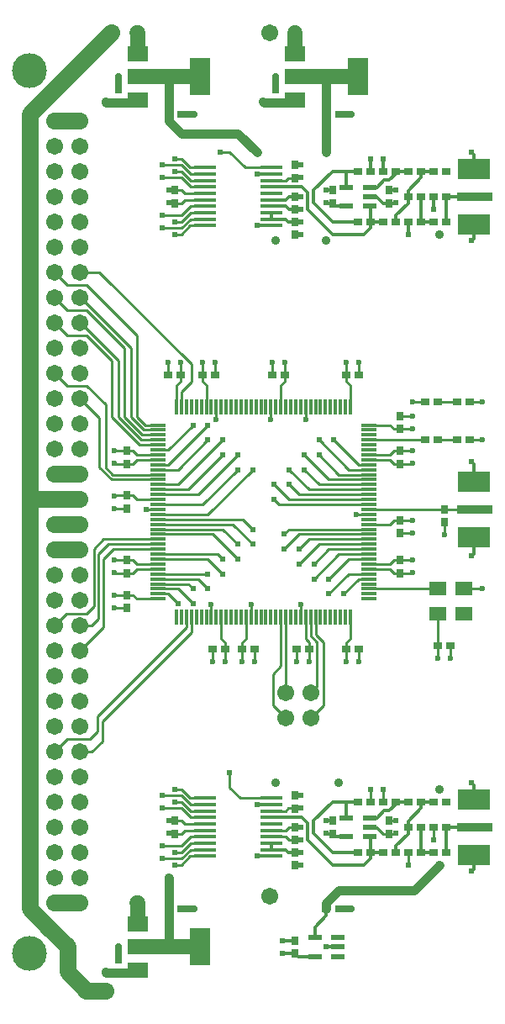
<source format=gtl>
G04 #@! TF.FileFunction,Copper,L1,Top,Signal*
%FSLAX46Y46*%
G04 Gerber Fmt 4.6, Leading zero omitted, Abs format (unit mm)*
G04 Created by KiCad (PCBNEW 4.0.7-e2-6376~58~ubuntu16.04.1) date Sun Sep 16 22:19:27 2018*
%MOMM*%
%LPD*%
G01*
G04 APERTURE LIST*
%ADD10C,0.100000*%
%ADD11C,1.711200*%
%ADD12C,3.501200*%
%ADD13R,1.600000X0.300000*%
%ADD14R,0.300000X1.600000*%
%ADD15R,0.900000X0.700000*%
%ADD16R,0.700000X0.900000*%
%ADD17R,3.300000X2.000000*%
%ADD18R,3.600000X0.900000*%
%ADD19R,1.473000X0.482000*%
%ADD20R,2.261000X0.400000*%
%ADD21R,2.000000X1.500000*%
%ADD22R,2.000000X3.800000*%
%ADD23R,1.700000X1.350000*%
%ADD24C,0.604800*%
%ADD25C,0.700000*%
%ADD26C,1.500000*%
%ADD27C,0.600000*%
%ADD28C,1.711000*%
%ADD29C,0.900000*%
%ADD30C,0.355600*%
%ADD31C,0.254000*%
%ADD32C,1.711200*%
%ADD33C,0.700000*%
%ADD34C,1.500000*%
%ADD35C,0.900000*%
G04 APERTURE END LIST*
D10*
D11*
X140885000Y-141605000D03*
X140885000Y-139065000D03*
X140885000Y-136525000D03*
X140885000Y-133985000D03*
X140885000Y-131445000D03*
X140885000Y-128905000D03*
X140885000Y-126365000D03*
X140885000Y-123825000D03*
X140885000Y-121285000D03*
X140885000Y-118745000D03*
X140885000Y-116205000D03*
X140885000Y-113665000D03*
X140885000Y-111125000D03*
X140885000Y-108585000D03*
X140885000Y-106045000D03*
X140885000Y-103505000D03*
X140885000Y-100965000D03*
X140885000Y-98425000D03*
X140885000Y-95885000D03*
X140885000Y-93345000D03*
X140885000Y-90805000D03*
X140885000Y-88265000D03*
X140885000Y-85725000D03*
X140885000Y-83185000D03*
X140885000Y-80645000D03*
X140885000Y-78105000D03*
X140885000Y-75565000D03*
X140885000Y-73025000D03*
X140885000Y-70485000D03*
X140885000Y-67945000D03*
X140885000Y-65405000D03*
X140885000Y-62865000D03*
X143425000Y-62865000D03*
X143425000Y-65405000D03*
X143425000Y-67945000D03*
X143425000Y-70485000D03*
X143425000Y-73025000D03*
X143425000Y-75565000D03*
X143425000Y-78105000D03*
X143425000Y-80645000D03*
X143425000Y-83185000D03*
X143425000Y-85725000D03*
X143425000Y-88265000D03*
X143425000Y-90805000D03*
X143425000Y-93345000D03*
X143425000Y-95885000D03*
X143425000Y-98425000D03*
X143425000Y-100965000D03*
X143425000Y-103505000D03*
X143425000Y-106045000D03*
X143425000Y-108585000D03*
X143425000Y-111125000D03*
X143425000Y-113665000D03*
X143425000Y-116205000D03*
X143425000Y-118745000D03*
X143425000Y-121285000D03*
X143425000Y-123825000D03*
X143425000Y-126365000D03*
X143425000Y-128905000D03*
X143425000Y-131445000D03*
X143425000Y-133985000D03*
X143425000Y-136525000D03*
X143425000Y-139065000D03*
X143425000Y-141605000D03*
D12*
X138345000Y-57785000D03*
X138345000Y-146685000D03*
D13*
X172525000Y-110985000D03*
X172525000Y-110485000D03*
X172525000Y-109985000D03*
X172525000Y-109485000D03*
X172525000Y-108985000D03*
X172525000Y-108485000D03*
X172525000Y-107985000D03*
X172525000Y-107485000D03*
X172525000Y-106985000D03*
X172525000Y-106485000D03*
X172525000Y-105985000D03*
X172525000Y-105485000D03*
X172525000Y-104985000D03*
X172525000Y-104485000D03*
X172525000Y-103985000D03*
X172525000Y-103485000D03*
X172525000Y-102985000D03*
X172525000Y-102485000D03*
X172525000Y-101985000D03*
X172525000Y-101485000D03*
X172525000Y-100985000D03*
X172525000Y-100485000D03*
X172525000Y-99985000D03*
X172525000Y-99485000D03*
X172525000Y-98985000D03*
X172525000Y-98485000D03*
X172525000Y-97985000D03*
X172525000Y-97485000D03*
X172525000Y-96985000D03*
X172525000Y-96485000D03*
X172525000Y-95985000D03*
X172525000Y-95485000D03*
X172525000Y-94985000D03*
X172525000Y-94485000D03*
X172525000Y-93985000D03*
X172525000Y-93485000D03*
D14*
X170675000Y-91635000D03*
X170175000Y-91635000D03*
X169675000Y-91635000D03*
X169175000Y-91635000D03*
X168675000Y-91635000D03*
X168175000Y-91635000D03*
X167675000Y-91635000D03*
X167175000Y-91635000D03*
X166675000Y-91635000D03*
X166175000Y-91635000D03*
X165675000Y-91635000D03*
X165175000Y-91635000D03*
X164675000Y-91635000D03*
X164175000Y-91635000D03*
X163675000Y-91635000D03*
X163175000Y-91635000D03*
X162675000Y-91635000D03*
X162175000Y-91635000D03*
X161675000Y-91635000D03*
X161175000Y-91635000D03*
X160675000Y-91635000D03*
X160175000Y-91635000D03*
X159675000Y-91635000D03*
X159175000Y-91635000D03*
X158675000Y-91635000D03*
X158175000Y-91635000D03*
X157675000Y-91635000D03*
X157175000Y-91635000D03*
X156675000Y-91635000D03*
X156175000Y-91635000D03*
X155675000Y-91635000D03*
X155175000Y-91635000D03*
X154675000Y-91635000D03*
X154175000Y-91635000D03*
X153675000Y-91635000D03*
X153175000Y-91635000D03*
D13*
X151325000Y-93485000D03*
X151325000Y-93985000D03*
X151325000Y-94485000D03*
X151325000Y-94985000D03*
X151325000Y-95485000D03*
X151325000Y-95985000D03*
X151325000Y-96485000D03*
X151325000Y-96985000D03*
X151325000Y-97485000D03*
X151325000Y-97985000D03*
X151325000Y-98485000D03*
X151325000Y-98985000D03*
X151325000Y-99485000D03*
X151325000Y-99985000D03*
X151325000Y-100485000D03*
X151325000Y-100985000D03*
X151325000Y-101485000D03*
X151325000Y-101985000D03*
X151325000Y-102485000D03*
X151325000Y-102985000D03*
X151325000Y-103485000D03*
X151325000Y-103985000D03*
X151325000Y-104485000D03*
X151325000Y-104985000D03*
X151325000Y-105485000D03*
X151325000Y-105985000D03*
X151325000Y-106485000D03*
X151325000Y-106985000D03*
X151325000Y-107485000D03*
X151325000Y-107985000D03*
X151325000Y-108485000D03*
X151325000Y-108985000D03*
X151325000Y-109485000D03*
X151325000Y-109985000D03*
X151325000Y-110485000D03*
X151325000Y-110985000D03*
D14*
X153175000Y-112835000D03*
X153675000Y-112835000D03*
X154175000Y-112835000D03*
X154675000Y-112835000D03*
X155175000Y-112835000D03*
X155675000Y-112835000D03*
X156175000Y-112835000D03*
X156675000Y-112835000D03*
X157175000Y-112835000D03*
X157675000Y-112835000D03*
X158175000Y-112835000D03*
X158675000Y-112835000D03*
X159175000Y-112835000D03*
X159675000Y-112835000D03*
X160175000Y-112835000D03*
X160675000Y-112835000D03*
X161175000Y-112835000D03*
X161675000Y-112835000D03*
X162175000Y-112835000D03*
X162675000Y-112835000D03*
X163175000Y-112835000D03*
X163675000Y-112835000D03*
X164175000Y-112835000D03*
X164675000Y-112835000D03*
X165175000Y-112835000D03*
X165675000Y-112835000D03*
X166175000Y-112835000D03*
X166675000Y-112835000D03*
X167175000Y-112835000D03*
X167675000Y-112835000D03*
X168175000Y-112835000D03*
X168675000Y-112835000D03*
X169175000Y-112835000D03*
X169675000Y-112835000D03*
X170175000Y-112835000D03*
X170675000Y-112835000D03*
D15*
X179495000Y-115700000D03*
X180795000Y-115700000D03*
X180355000Y-73025000D03*
X179055000Y-73025000D03*
X175275000Y-67945000D03*
X173975000Y-67945000D03*
X175275000Y-73025000D03*
X173975000Y-73025000D03*
D16*
X174625000Y-69835000D03*
X174625000Y-71135000D03*
X168910000Y-71135000D03*
X168910000Y-69835000D03*
D17*
X183105000Y-73255000D03*
D18*
X183255000Y-70485000D03*
D17*
X183105000Y-67715000D03*
D15*
X180355000Y-70485000D03*
X179055000Y-70485000D03*
X177815000Y-73025000D03*
X176515000Y-73025000D03*
X177815000Y-70485000D03*
X176515000Y-70485000D03*
X180355000Y-67945000D03*
X179055000Y-67945000D03*
X177815000Y-67945000D03*
X176515000Y-67945000D03*
X172735000Y-67945000D03*
X171435000Y-67945000D03*
X171435000Y-73025000D03*
X172735000Y-73025000D03*
D19*
X172631000Y-71435000D03*
X172631000Y-70485000D03*
X172631000Y-69535000D03*
X170269000Y-69535000D03*
X170269000Y-71435000D03*
D16*
X165100000Y-68595000D03*
X165100000Y-67295000D03*
X165100000Y-70470000D03*
X165100000Y-71770000D03*
X165100000Y-73010000D03*
X165100000Y-74310000D03*
X153035000Y-71135000D03*
X153035000Y-69835000D03*
D15*
X180355000Y-136525000D03*
X179055000Y-136525000D03*
X175275000Y-131445000D03*
X173975000Y-131445000D03*
X175275000Y-136525000D03*
X173975000Y-136525000D03*
D16*
X174625000Y-133335000D03*
X174625000Y-134635000D03*
X168910000Y-134635000D03*
X168910000Y-133335000D03*
X165100000Y-132095000D03*
X165100000Y-130795000D03*
X165100000Y-133970000D03*
X165100000Y-135270000D03*
X165100000Y-136510000D03*
X165100000Y-137810000D03*
X153035000Y-134635000D03*
X153035000Y-133335000D03*
X175700000Y-108385000D03*
X175700000Y-107085000D03*
X175700000Y-103085000D03*
X175700000Y-104385000D03*
X175700000Y-96085000D03*
X175700000Y-97385000D03*
X175700000Y-93885000D03*
X175700000Y-92585000D03*
D15*
X170275000Y-88460000D03*
X171575000Y-88460000D03*
X164075000Y-88460000D03*
X162775000Y-88460000D03*
X155775000Y-88460000D03*
X157075000Y-88460000D03*
X153575000Y-88460000D03*
X152275000Y-88460000D03*
D16*
X148150000Y-97385000D03*
X148150000Y-96085000D03*
X148150000Y-101885000D03*
X148150000Y-100585000D03*
X148150000Y-107085000D03*
X148150000Y-108385000D03*
X148150000Y-111885000D03*
X148150000Y-110585000D03*
D15*
X156775000Y-116010000D03*
X158075000Y-116010000D03*
X161075000Y-116010000D03*
X159775000Y-116010000D03*
X165275000Y-116010000D03*
X166575000Y-116010000D03*
X171575000Y-116010000D03*
X170275000Y-116010000D03*
D17*
X183105000Y-104755000D03*
D18*
X183255000Y-101985000D03*
D17*
X183105000Y-99215000D03*
X183105000Y-136755000D03*
D18*
X183255000Y-133985000D03*
D17*
X183105000Y-131215000D03*
D16*
X180145000Y-101970000D03*
X180145000Y-103270000D03*
D15*
X180355000Y-133985000D03*
X179055000Y-133985000D03*
X177815000Y-136525000D03*
X176515000Y-136525000D03*
X177815000Y-133985000D03*
X176515000Y-133985000D03*
X180355000Y-131445000D03*
X179055000Y-131445000D03*
X177815000Y-131445000D03*
X176515000Y-131445000D03*
X172735000Y-131445000D03*
X171435000Y-131445000D03*
X171435000Y-136525000D03*
X172735000Y-136525000D03*
D19*
X172631000Y-134935000D03*
X172631000Y-133985000D03*
X172631000Y-133035000D03*
X170269000Y-133035000D03*
X170269000Y-134935000D03*
D11*
X166695000Y-122995000D03*
X166695000Y-120455000D03*
X164155000Y-120455000D03*
X164155000Y-122995000D03*
D20*
X162763000Y-73410000D03*
X162763000Y-72760000D03*
X162763000Y-72110000D03*
X162763000Y-71460000D03*
X162763000Y-70810000D03*
X162763000Y-70160000D03*
X162763000Y-69510000D03*
X162763000Y-68860000D03*
X162763000Y-68210000D03*
X162763000Y-67560000D03*
X156007000Y-67560000D03*
X156007000Y-68210000D03*
X156007000Y-68860000D03*
X156007000Y-69510000D03*
X156007000Y-70160000D03*
X156007000Y-70810000D03*
X156007000Y-71460000D03*
X156007000Y-72110000D03*
X156007000Y-72760000D03*
X156007000Y-73410000D03*
X162763000Y-136910000D03*
X162763000Y-136260000D03*
X162763000Y-135610000D03*
X162763000Y-134960000D03*
X162763000Y-134310000D03*
X162763000Y-133660000D03*
X162763000Y-133010000D03*
X162763000Y-132360000D03*
X162763000Y-131710000D03*
X162763000Y-131060000D03*
X156007000Y-131060000D03*
X156007000Y-131710000D03*
X156007000Y-132360000D03*
X156007000Y-133010000D03*
X156007000Y-133660000D03*
X156007000Y-134310000D03*
X156007000Y-134960000D03*
X156007000Y-135610000D03*
X156007000Y-136260000D03*
X156007000Y-136910000D03*
D21*
X165125000Y-56120000D03*
X165125000Y-58420000D03*
X165125000Y-60720000D03*
D22*
X171425000Y-58420000D03*
D21*
X149250000Y-56120000D03*
X149250000Y-58420000D03*
X149250000Y-60720000D03*
D22*
X155550000Y-58420000D03*
D21*
X149250000Y-143750000D03*
X149250000Y-146050000D03*
X149250000Y-148350000D03*
D22*
X155550000Y-146050000D03*
D15*
X168260000Y-62230000D03*
X169560000Y-62230000D03*
D16*
X163195000Y-60975000D03*
X163195000Y-59675000D03*
D15*
X152385000Y-62230000D03*
X153685000Y-62230000D03*
D16*
X147320000Y-60975000D03*
X147320000Y-59675000D03*
D15*
X152385000Y-142240000D03*
X153685000Y-142240000D03*
D16*
X147320000Y-148605000D03*
X147320000Y-147305000D03*
D15*
X169560000Y-142240000D03*
X168260000Y-142240000D03*
D16*
X165100000Y-145400000D03*
X165100000Y-146700000D03*
D15*
X181400000Y-91175000D03*
X182700000Y-91175000D03*
X182700000Y-94985000D03*
X181400000Y-94985000D03*
D23*
X182080000Y-112525000D03*
X182080000Y-109985000D03*
X179480000Y-109985000D03*
X179480000Y-112525000D03*
D15*
X178225000Y-91175000D03*
X179525000Y-91175000D03*
X179525000Y-94985000D03*
X178225000Y-94985000D03*
D19*
X169456000Y-147000000D03*
X169456000Y-146050000D03*
X169456000Y-145100000D03*
X167094000Y-145100000D03*
X167094000Y-147000000D03*
D24*
X168275000Y-146050000D03*
X163830000Y-145415000D03*
D25*
X147320000Y-146050000D03*
X163195000Y-58420000D03*
D26*
X149225000Y-141605000D03*
X165100000Y-53975000D03*
X149225000Y-53975000D03*
D25*
X147320000Y-58420000D03*
X154940000Y-62230000D03*
X170815000Y-62230000D03*
X154940000Y-142240000D03*
D24*
X182880000Y-74930000D03*
X182880000Y-66040000D03*
X182880000Y-106680000D03*
X182880000Y-97155000D03*
X182880000Y-138430000D03*
X182880000Y-129540000D03*
X161290000Y-131710000D03*
X161290000Y-136910000D03*
X165735000Y-137795000D03*
X165735000Y-135255000D03*
X165735000Y-130810000D03*
X152400000Y-134620000D03*
X161290000Y-68210000D03*
X161290000Y-73410000D03*
X165735000Y-74295000D03*
X165735000Y-67310000D03*
X150075000Y-101985000D03*
X172720000Y-66675000D03*
X168275000Y-69850000D03*
X175260000Y-69850000D03*
X176530000Y-74295000D03*
X179070000Y-71755000D03*
X173990000Y-66675000D03*
X152400000Y-71120000D03*
X172720000Y-130175000D03*
X173990000Y-130175000D03*
X176530000Y-137795000D03*
X179070000Y-135255000D03*
D27*
X180145000Y-104525000D03*
D24*
X168275000Y-133350000D03*
X175260000Y-133350000D03*
D27*
X166175000Y-92905000D03*
X162675000Y-92905000D03*
X157175000Y-92905000D03*
X156675000Y-111565000D03*
X160675000Y-111565000D03*
X165675000Y-111565000D03*
X171255000Y-102485000D03*
X180780000Y-116970000D03*
X183955000Y-109985000D03*
X176970000Y-91175000D03*
X183955000Y-94985000D03*
X157060000Y-87190000D03*
X162790000Y-87190000D03*
X171560000Y-87190000D03*
X152290000Y-87190000D03*
X146880000Y-101870000D03*
X146880000Y-97370000D03*
X146880000Y-107100000D03*
X146880000Y-111870000D03*
X156790000Y-117280000D03*
X161060000Y-117280000D03*
X165290000Y-117280000D03*
X171560000Y-117280000D03*
X176970000Y-107100000D03*
X176970000Y-104370000D03*
X176970000Y-97370000D03*
X176970000Y-92600000D03*
D24*
X165735000Y-71755000D03*
D25*
X170815000Y-142240000D03*
D28*
X146050000Y-150495000D03*
X146685000Y-53975000D03*
D29*
X146050000Y-148590000D03*
X146050000Y-60960000D03*
X163195000Y-74930000D03*
X161290000Y-66040000D03*
X163195000Y-129540000D03*
D24*
X165735000Y-133985000D03*
X165735000Y-132080000D03*
X165735000Y-70485000D03*
X165735000Y-68580000D03*
D29*
X152400000Y-139065000D03*
D24*
X152400000Y-133350000D03*
X152400000Y-69850000D03*
D27*
X179510000Y-116970000D03*
X183955000Y-91175000D03*
X155790000Y-87190000D03*
X164060000Y-87190000D03*
X170290000Y-87190000D03*
X153560000Y-87190000D03*
X146880000Y-100600000D03*
X146880000Y-96100000D03*
X146880000Y-108370000D03*
X146880000Y-110600000D03*
X158060000Y-117280000D03*
X159790000Y-117280000D03*
X166560000Y-117280000D03*
X170290000Y-117280000D03*
X176970000Y-108370000D03*
X176970000Y-103100000D03*
X176970000Y-96100000D03*
X176970000Y-93870000D03*
D24*
X153325000Y-111485000D03*
X154825000Y-109985000D03*
X156325000Y-108485000D03*
X157825000Y-106985000D03*
X159325000Y-106985000D03*
X160825000Y-105485000D03*
D28*
X162560000Y-53975000D03*
D29*
X161925000Y-60960000D03*
D24*
X163830000Y-146685000D03*
D28*
X162560000Y-140970000D03*
D24*
X160825000Y-97985000D03*
X159325000Y-96485000D03*
X157825000Y-94985000D03*
X156325000Y-93485000D03*
X154825000Y-93485000D03*
X156325000Y-94985000D03*
X157825000Y-96485000D03*
X159325000Y-97985000D03*
X160825000Y-103985000D03*
X159325000Y-105485000D03*
X157825000Y-108485000D03*
X156325000Y-109985000D03*
X154825000Y-111485000D03*
X165735000Y-73025000D03*
X165735000Y-136525000D03*
X153035000Y-66675000D03*
X163025000Y-99485000D03*
X151765000Y-67310000D03*
X164525000Y-99485000D03*
X153035000Y-67945000D03*
X164525000Y-97985000D03*
X151765000Y-68580000D03*
X166025000Y-97985000D03*
X166025000Y-96485000D03*
X151765000Y-72390000D03*
X153035000Y-73025000D03*
X167525000Y-96485000D03*
X151765000Y-73660000D03*
X167525000Y-94985000D03*
X153035000Y-74295000D03*
X169025000Y-94985000D03*
X153035000Y-130175000D03*
X168525000Y-110485000D03*
X151765000Y-130810000D03*
X168525000Y-108985000D03*
X153035000Y-131445000D03*
X167025000Y-108985000D03*
X167025000Y-107485000D03*
X151765000Y-132080000D03*
X151765000Y-135890000D03*
X165525000Y-107485000D03*
X153035000Y-136525000D03*
X165525000Y-105985000D03*
X151765000Y-137160000D03*
X164025000Y-105985000D03*
X153035000Y-137795000D03*
X164025000Y-104485000D03*
D29*
X179705000Y-130175000D03*
X179705000Y-137795000D03*
X179705000Y-74295000D03*
D24*
X175260000Y-71120000D03*
X175260000Y-134620000D03*
D29*
X168275000Y-66040000D03*
X168275000Y-74930000D03*
X169545000Y-129540000D03*
D24*
X168275000Y-71120000D03*
X168275000Y-134620000D03*
X158525000Y-128485000D03*
X170025000Y-110485000D03*
X163025000Y-100985000D03*
X157525000Y-65985000D03*
D30*
X180355000Y-70485000D02*
X180355000Y-73025000D01*
X183255000Y-70485000D02*
X180355000Y-70485000D01*
X177815000Y-73025000D02*
X177815000Y-70485000D01*
X179055000Y-73025000D02*
X177815000Y-73025000D01*
X172631000Y-69535000D02*
X173416000Y-69535000D01*
X174625000Y-68834000D02*
X175275000Y-68184000D01*
X174117000Y-68834000D02*
X174625000Y-68834000D01*
X173416000Y-69535000D02*
X174117000Y-68834000D01*
X175275000Y-67945000D02*
X175275000Y-68184000D01*
X176515000Y-67945000D02*
X175275000Y-67945000D01*
X169456000Y-146050000D02*
X168275000Y-146050000D01*
X165100000Y-145400000D02*
X163845000Y-145400000D01*
X163845000Y-145400000D02*
X163830000Y-145415000D01*
D31*
X172525000Y-96985000D02*
X174680000Y-96985000D01*
X175080000Y-97385000D02*
X175700000Y-97385000D01*
X174680000Y-96985000D02*
X175080000Y-97385000D01*
X151325000Y-107485000D02*
X149170000Y-107485000D01*
X148770000Y-107085000D02*
X148150000Y-107085000D01*
X149170000Y-107485000D02*
X148770000Y-107085000D01*
D32*
X143425000Y-141605000D02*
X140885000Y-141605000D01*
X143425000Y-62865000D02*
X140885000Y-62865000D01*
X143425000Y-103505000D02*
X140885000Y-103505000D01*
D33*
X147320000Y-147305000D02*
X147320000Y-146050000D01*
X163195000Y-59675000D02*
X163195000Y-58420000D01*
D34*
X149250000Y-143750000D02*
X149250000Y-141630000D01*
X149250000Y-141630000D02*
X149225000Y-141605000D01*
X165125000Y-56120000D02*
X165125000Y-54000000D01*
X165125000Y-54000000D02*
X165100000Y-53975000D01*
X149250000Y-56120000D02*
X149250000Y-54000000D01*
X149250000Y-54000000D02*
X149225000Y-53975000D01*
D33*
X147320000Y-59675000D02*
X147320000Y-58420000D01*
X153685000Y-62230000D02*
X154940000Y-62230000D01*
X169560000Y-62230000D02*
X170815000Y-62230000D01*
X153685000Y-142240000D02*
X154940000Y-142240000D01*
D30*
X183105000Y-73255000D02*
X183105000Y-74705000D01*
X183105000Y-74705000D02*
X182880000Y-74930000D01*
X183105000Y-67715000D02*
X183105000Y-66265000D01*
X183105000Y-66265000D02*
X182880000Y-66040000D01*
X183105000Y-104755000D02*
X183105000Y-106455000D01*
X183105000Y-106455000D02*
X182880000Y-106680000D01*
X183105000Y-99215000D02*
X183105000Y-97380000D01*
X183105000Y-97380000D02*
X182880000Y-97155000D01*
X183105000Y-136755000D02*
X183105000Y-138205000D01*
X183105000Y-138205000D02*
X182880000Y-138430000D01*
X183105000Y-131215000D02*
X183105000Y-129765000D01*
X183105000Y-129765000D02*
X182880000Y-129540000D01*
X162763000Y-131710000D02*
X161290000Y-131710000D01*
X162763000Y-136910000D02*
X161290000Y-136910000D01*
X165100000Y-137810000D02*
X165720000Y-137810000D01*
X165720000Y-137810000D02*
X165735000Y-137795000D01*
D31*
X165100000Y-135270000D02*
X165720000Y-135270000D01*
X165720000Y-135270000D02*
X165735000Y-135255000D01*
X162763000Y-134960000D02*
X164170000Y-134960000D01*
X164480000Y-135270000D02*
X165100000Y-135270000D01*
X164170000Y-134960000D02*
X164480000Y-135270000D01*
X165100000Y-130795000D02*
X165720000Y-130795000D01*
X165720000Y-130795000D02*
X165735000Y-130810000D01*
X153035000Y-134635000D02*
X152415000Y-134635000D01*
X152415000Y-134635000D02*
X152400000Y-134620000D01*
X156007000Y-134310000D02*
X153980000Y-134310000D01*
X153655000Y-134635000D02*
X153035000Y-134635000D01*
X153980000Y-134310000D02*
X153655000Y-134635000D01*
D30*
X162763000Y-68210000D02*
X161290000Y-68210000D01*
X162763000Y-73410000D02*
X161290000Y-73410000D01*
X165100000Y-74310000D02*
X165720000Y-74310000D01*
X165720000Y-74310000D02*
X165735000Y-74295000D01*
X165100000Y-67295000D02*
X165720000Y-67295000D01*
X165720000Y-67295000D02*
X165735000Y-67310000D01*
X162763000Y-71460000D02*
X164170000Y-71460000D01*
X164170000Y-71460000D02*
X164480000Y-71770000D01*
D31*
X151325000Y-101985000D02*
X150075000Y-101985000D01*
X151325000Y-96985000D02*
X149170000Y-96985000D01*
X148770000Y-97385000D02*
X148150000Y-97385000D01*
X149170000Y-96985000D02*
X148770000Y-97385000D01*
D30*
X172735000Y-67945000D02*
X172735000Y-66690000D01*
X172735000Y-66690000D02*
X172720000Y-66675000D01*
X168910000Y-69835000D02*
X168290000Y-69835000D01*
X168290000Y-69835000D02*
X168275000Y-69850000D01*
X174625000Y-69835000D02*
X175245000Y-69835000D01*
X175245000Y-69835000D02*
X175260000Y-69850000D01*
X176515000Y-73025000D02*
X176515000Y-74280000D01*
X176515000Y-74280000D02*
X176530000Y-74295000D01*
X179055000Y-70485000D02*
X179055000Y-71740000D01*
X179055000Y-71740000D02*
X179070000Y-71755000D01*
X173975000Y-67945000D02*
X173975000Y-66690000D01*
X173975000Y-66690000D02*
X173990000Y-66675000D01*
D31*
X153035000Y-71135000D02*
X152415000Y-71135000D01*
X152415000Y-71135000D02*
X152400000Y-71120000D01*
X156007000Y-70810000D02*
X153980000Y-70810000D01*
X153655000Y-71135000D02*
X153035000Y-71135000D01*
X153980000Y-70810000D02*
X153655000Y-71135000D01*
X172735000Y-131445000D02*
X172735000Y-130190000D01*
X172735000Y-130190000D02*
X172720000Y-130175000D01*
X173975000Y-131445000D02*
X173975000Y-130190000D01*
X173975000Y-130190000D02*
X173990000Y-130175000D01*
X176515000Y-136525000D02*
X176515000Y-137780000D01*
X176515000Y-137780000D02*
X176530000Y-137795000D01*
X179055000Y-133985000D02*
X179055000Y-135240000D01*
X179055000Y-135240000D02*
X179070000Y-135255000D01*
X180145000Y-103270000D02*
X180145000Y-104525000D01*
D30*
X168910000Y-133335000D02*
X168290000Y-133335000D01*
X168290000Y-133335000D02*
X168275000Y-133350000D01*
D31*
X174625000Y-133335000D02*
X175245000Y-133335000D01*
X175245000Y-133335000D02*
X175260000Y-133350000D01*
X172525000Y-107485000D02*
X174680000Y-107485000D01*
X175080000Y-107085000D02*
X175700000Y-107085000D01*
X174680000Y-107485000D02*
X175080000Y-107085000D01*
X166175000Y-91635000D02*
X166175000Y-92905000D01*
X162675000Y-91635000D02*
X162675000Y-92905000D01*
X157175000Y-91635000D02*
X157175000Y-92905000D01*
X156675000Y-112835000D02*
X156675000Y-111565000D01*
X160675000Y-112835000D02*
X160675000Y-111565000D01*
X165675000Y-112835000D02*
X165675000Y-111565000D01*
X172525000Y-102485000D02*
X171255000Y-102485000D01*
X180795000Y-115700000D02*
X180795000Y-116955000D01*
X180795000Y-116955000D02*
X180780000Y-116970000D01*
X182080000Y-109985000D02*
X183955000Y-109985000D01*
X178225000Y-91175000D02*
X176970000Y-91175000D01*
X182700000Y-94985000D02*
X183955000Y-94985000D01*
X157075000Y-88460000D02*
X157075000Y-87205000D01*
X157075000Y-87205000D02*
X157060000Y-87190000D01*
X162775000Y-88460000D02*
X162775000Y-87205000D01*
X162775000Y-87205000D02*
X162790000Y-87190000D01*
X171575000Y-88460000D02*
X171575000Y-87205000D01*
X171575000Y-87205000D02*
X171560000Y-87190000D01*
X152275000Y-88460000D02*
X152275000Y-87205000D01*
X152275000Y-87205000D02*
X152290000Y-87190000D01*
X148150000Y-101885000D02*
X146895000Y-101885000D01*
X146895000Y-101885000D02*
X146880000Y-101870000D01*
X148150000Y-97385000D02*
X146895000Y-97385000D01*
X146895000Y-97385000D02*
X146880000Y-97370000D01*
X148150000Y-107085000D02*
X146895000Y-107085000D01*
X146895000Y-107085000D02*
X146880000Y-107100000D01*
X148150000Y-111885000D02*
X146895000Y-111885000D01*
X146895000Y-111885000D02*
X146880000Y-111870000D01*
X156775000Y-116010000D02*
X156775000Y-117265000D01*
X156775000Y-117265000D02*
X156790000Y-117280000D01*
X161075000Y-116010000D02*
X161075000Y-117265000D01*
X161075000Y-117265000D02*
X161060000Y-117280000D01*
X165275000Y-116010000D02*
X165275000Y-117265000D01*
X165275000Y-117265000D02*
X165290000Y-117280000D01*
X171575000Y-116010000D02*
X171575000Y-117265000D01*
X171575000Y-117265000D02*
X171560000Y-117280000D01*
X175700000Y-107085000D02*
X176955000Y-107085000D01*
X176955000Y-107085000D02*
X176970000Y-107100000D01*
X175700000Y-104385000D02*
X176955000Y-104385000D01*
X176955000Y-104385000D02*
X176970000Y-104370000D01*
X175700000Y-97385000D02*
X176955000Y-97385000D01*
X176955000Y-97385000D02*
X176970000Y-97370000D01*
X175700000Y-92585000D02*
X176955000Y-92585000D01*
X176955000Y-92585000D02*
X176970000Y-92600000D01*
D30*
X165100000Y-71770000D02*
X165720000Y-71770000D01*
X165720000Y-71770000D02*
X165735000Y-71755000D01*
X164480000Y-71770000D02*
X165100000Y-71770000D01*
D33*
X169560000Y-142240000D02*
X170815000Y-142240000D01*
D30*
X175275000Y-73025000D02*
X175275000Y-72375000D01*
X176515000Y-71135000D02*
X176515000Y-70485000D01*
X175275000Y-72375000D02*
X176515000Y-71135000D01*
X177815000Y-67945000D02*
X179055000Y-67945000D01*
X176515000Y-70485000D02*
X176515000Y-69865000D01*
X177815000Y-68565000D02*
X177815000Y-67945000D01*
X176515000Y-69865000D02*
X177815000Y-68565000D01*
D32*
X140335000Y-144145000D02*
X142240000Y-146050000D01*
X138430000Y-142240000D02*
X140335000Y-144145000D01*
X138430000Y-100965000D02*
X138430000Y-142240000D01*
X144145000Y-150495000D02*
X146050000Y-150495000D01*
X142240000Y-148590000D02*
X144145000Y-150495000D01*
X142240000Y-146050000D02*
X142240000Y-148590000D01*
X138430000Y-100965000D02*
X138430000Y-62230000D01*
X138430000Y-62230000D02*
X140335000Y-60325000D01*
X140335000Y-60325000D02*
X146685000Y-53975000D01*
X140885000Y-100965000D02*
X138430000Y-100965000D01*
X143425000Y-100965000D02*
X140885000Y-100965000D01*
D35*
X147320000Y-148605000D02*
X146065000Y-148605000D01*
X146065000Y-148605000D02*
X146050000Y-148590000D01*
X147320000Y-148605000D02*
X148995000Y-148605000D01*
X148995000Y-148605000D02*
X149250000Y-148350000D01*
X147320000Y-60975000D02*
X146065000Y-60975000D01*
X146065000Y-60975000D02*
X146050000Y-60960000D01*
X147320000Y-60975000D02*
X148995000Y-60975000D01*
X148995000Y-60975000D02*
X149250000Y-60720000D01*
D30*
X170269000Y-69535000D02*
X170269000Y-67945000D01*
X170269000Y-67945000D02*
X170307000Y-67945000D01*
X171435000Y-73025000D02*
X168910000Y-73025000D01*
X168910000Y-67945000D02*
X170307000Y-67945000D01*
X170307000Y-67945000D02*
X171435000Y-67945000D01*
X167005000Y-69850000D02*
X168910000Y-67945000D01*
X167005000Y-71120000D02*
X167005000Y-69850000D01*
X168910000Y-73025000D02*
X167005000Y-71120000D01*
X172735000Y-73025000D02*
X172735000Y-71539000D01*
X172735000Y-71539000D02*
X172631000Y-71435000D01*
X166370000Y-71120000D02*
X166370000Y-71755000D01*
X162763000Y-69510000D02*
X165776000Y-69510000D01*
X166370000Y-70104000D02*
X166370000Y-70866000D01*
X165776000Y-69510000D02*
X166370000Y-70104000D01*
X166370000Y-71120000D02*
X166370000Y-70866000D01*
X172735000Y-73645000D02*
X172735000Y-73025000D01*
X172085000Y-74295000D02*
X172735000Y-73645000D01*
X168910000Y-74295000D02*
X172085000Y-74295000D01*
X166370000Y-71755000D02*
X168910000Y-74295000D01*
X173975000Y-73025000D02*
X172735000Y-73025000D01*
D35*
X152385000Y-62850000D02*
X153670000Y-64135000D01*
X153670000Y-64135000D02*
X159385000Y-64135000D01*
X161290000Y-66040000D02*
X159385000Y-64135000D01*
X152385000Y-62230000D02*
X152385000Y-62850000D01*
X152385000Y-62230000D02*
X152385000Y-58420000D01*
X152385000Y-58420000D02*
X152400000Y-58420000D01*
D34*
X149250000Y-58420000D02*
X152400000Y-58420000D01*
X152400000Y-58420000D02*
X155550000Y-58420000D01*
D31*
X165100000Y-133970000D02*
X165720000Y-133970000D01*
X165720000Y-133970000D02*
X165735000Y-133985000D01*
X162763000Y-134310000D02*
X164140000Y-134310000D01*
X164480000Y-133970000D02*
X165100000Y-133970000D01*
X164140000Y-134310000D02*
X164480000Y-133970000D01*
X165100000Y-132095000D02*
X165720000Y-132095000D01*
X165720000Y-132095000D02*
X165735000Y-132080000D01*
X162763000Y-132360000D02*
X164185000Y-132360000D01*
X164465000Y-132080000D02*
X165100000Y-132080000D01*
X164185000Y-132360000D02*
X164465000Y-132080000D01*
D30*
X164480000Y-70470000D02*
X165100000Y-70470000D01*
X164140000Y-70810000D02*
X164480000Y-70470000D01*
X165100000Y-70470000D02*
X165720000Y-70470000D01*
X165720000Y-70470000D02*
X165735000Y-70485000D01*
X162763000Y-70810000D02*
X164140000Y-70810000D01*
D31*
X162763000Y-68860000D02*
X164185000Y-68860000D01*
X164450000Y-68595000D02*
X165100000Y-68595000D01*
X164185000Y-68860000D02*
X164450000Y-68595000D01*
D30*
X165100000Y-68595000D02*
X165720000Y-68595000D01*
X165720000Y-68595000D02*
X165735000Y-68580000D01*
D35*
X152385000Y-142240000D02*
X152385000Y-139080000D01*
X152385000Y-139080000D02*
X152400000Y-139065000D01*
X152385000Y-142240000D02*
X152385000Y-146050000D01*
X152385000Y-146050000D02*
X152400000Y-146050000D01*
D34*
X155550000Y-146050000D02*
X152400000Y-146050000D01*
X152400000Y-146050000D02*
X149250000Y-146050000D01*
D31*
X153035000Y-133335000D02*
X152415000Y-133335000D01*
X152415000Y-133335000D02*
X152400000Y-133350000D01*
X156007000Y-133660000D02*
X153980000Y-133660000D01*
X153655000Y-133335000D02*
X153035000Y-133335000D01*
X153980000Y-133660000D02*
X153655000Y-133335000D01*
X153035000Y-69835000D02*
X152415000Y-69835000D01*
X152415000Y-69835000D02*
X152400000Y-69850000D01*
X156007000Y-70160000D02*
X153980000Y-70160000D01*
X153655000Y-69835000D02*
X153035000Y-69835000D01*
X153980000Y-70160000D02*
X153655000Y-69835000D01*
X179480000Y-112525000D02*
X179480000Y-116940000D01*
X179480000Y-116940000D02*
X179510000Y-116970000D01*
X179480000Y-112525000D02*
X179480000Y-115685000D01*
X179480000Y-115685000D02*
X179495000Y-115700000D01*
X182700000Y-91175000D02*
X183955000Y-91175000D01*
X155775000Y-88460000D02*
X155775000Y-87205000D01*
X155775000Y-87205000D02*
X155790000Y-87190000D01*
X156175000Y-91635000D02*
X156175000Y-89480000D01*
X155775000Y-89080000D02*
X155775000Y-88460000D01*
X156175000Y-89480000D02*
X155775000Y-89080000D01*
X163675000Y-91635000D02*
X163675000Y-89480000D01*
X164075000Y-89080000D02*
X164075000Y-88460000D01*
X163675000Y-89480000D02*
X164075000Y-89080000D01*
X164075000Y-88460000D02*
X164075000Y-87205000D01*
X164075000Y-87205000D02*
X164060000Y-87190000D01*
X170275000Y-88460000D02*
X170275000Y-87205000D01*
X170275000Y-87205000D02*
X170290000Y-87190000D01*
X170675000Y-91635000D02*
X170675000Y-89480000D01*
X170275000Y-89080000D02*
X170275000Y-88460000D01*
X170675000Y-89480000D02*
X170275000Y-89080000D01*
X153575000Y-88460000D02*
X153575000Y-87205000D01*
X153575000Y-87205000D02*
X153560000Y-87190000D01*
X153175000Y-91635000D02*
X153175000Y-89480000D01*
X153575000Y-89080000D02*
X153575000Y-88460000D01*
X153175000Y-89480000D02*
X153575000Y-89080000D01*
X148150000Y-100585000D02*
X146895000Y-100585000D01*
X146895000Y-100585000D02*
X146880000Y-100600000D01*
X151325000Y-100985000D02*
X149170000Y-100985000D01*
X148770000Y-100585000D02*
X148150000Y-100585000D01*
X149170000Y-100985000D02*
X148770000Y-100585000D01*
X151325000Y-96485000D02*
X149170000Y-96485000D01*
X148770000Y-96085000D02*
X148150000Y-96085000D01*
X149170000Y-96485000D02*
X148770000Y-96085000D01*
X148150000Y-96085000D02*
X146895000Y-96085000D01*
X146895000Y-96085000D02*
X146880000Y-96100000D01*
X151325000Y-107985000D02*
X149170000Y-107985000D01*
X148770000Y-108385000D02*
X148150000Y-108385000D01*
X149170000Y-107985000D02*
X148770000Y-108385000D01*
X148150000Y-108385000D02*
X146895000Y-108385000D01*
X146895000Y-108385000D02*
X146880000Y-108370000D01*
X148150000Y-110585000D02*
X146895000Y-110585000D01*
X146895000Y-110585000D02*
X146880000Y-110600000D01*
X151325000Y-110985000D02*
X149170000Y-110985000D01*
X148770000Y-110585000D02*
X148150000Y-110585000D01*
X149170000Y-110985000D02*
X148770000Y-110585000D01*
X158075000Y-116010000D02*
X158075000Y-117265000D01*
X158075000Y-117265000D02*
X158060000Y-117280000D01*
X157675000Y-112835000D02*
X157675000Y-114990000D01*
X158075000Y-115390000D02*
X158075000Y-116010000D01*
X157675000Y-114990000D02*
X158075000Y-115390000D01*
X159775000Y-116010000D02*
X159775000Y-117265000D01*
X159775000Y-117265000D02*
X159790000Y-117280000D01*
X160175000Y-112835000D02*
X160175000Y-114990000D01*
X159775000Y-115390000D02*
X159775000Y-116010000D01*
X160175000Y-114990000D02*
X159775000Y-115390000D01*
X166575000Y-116010000D02*
X166575000Y-117265000D01*
X166575000Y-117265000D02*
X166560000Y-117280000D01*
X166175000Y-112835000D02*
X166175000Y-114990000D01*
X166575000Y-115390000D02*
X166575000Y-116010000D01*
X166175000Y-114990000D02*
X166575000Y-115390000D01*
X170275000Y-116010000D02*
X170275000Y-117265000D01*
X170275000Y-117265000D02*
X170290000Y-117280000D01*
X170675000Y-112835000D02*
X170675000Y-114990000D01*
X170275000Y-115390000D02*
X170275000Y-116010000D01*
X170675000Y-114990000D02*
X170275000Y-115390000D01*
X175700000Y-108385000D02*
X176955000Y-108385000D01*
X176955000Y-108385000D02*
X176970000Y-108370000D01*
X172525000Y-107985000D02*
X174680000Y-107985000D01*
X175080000Y-108385000D02*
X175700000Y-108385000D01*
X174680000Y-107985000D02*
X175080000Y-108385000D01*
X175700000Y-103085000D02*
X176955000Y-103085000D01*
X176955000Y-103085000D02*
X176970000Y-103100000D01*
X172525000Y-103485000D02*
X174680000Y-103485000D01*
X175080000Y-103085000D02*
X175700000Y-103085000D01*
X174680000Y-103485000D02*
X175080000Y-103085000D01*
X175700000Y-96085000D02*
X176955000Y-96085000D01*
X176955000Y-96085000D02*
X176970000Y-96100000D01*
X172525000Y-96485000D02*
X174680000Y-96485000D01*
X175080000Y-96085000D02*
X175700000Y-96085000D01*
X174680000Y-96485000D02*
X175080000Y-96085000D01*
X175700000Y-93885000D02*
X176955000Y-93885000D01*
X176955000Y-93885000D02*
X176970000Y-93870000D01*
X172525000Y-93485000D02*
X174680000Y-93485000D01*
X175080000Y-93885000D02*
X175700000Y-93885000D01*
X174680000Y-93485000D02*
X175080000Y-93885000D01*
D30*
X180355000Y-133985000D02*
X180355000Y-136525000D01*
X183255000Y-133985000D02*
X180355000Y-133985000D01*
X177815000Y-136525000D02*
X177815000Y-133985000D01*
X179055000Y-136525000D02*
X177815000Y-136525000D01*
X175275000Y-131445000D02*
X175275000Y-131684000D01*
X175275000Y-131684000D02*
X174625000Y-132334000D01*
X173416000Y-133035000D02*
X172631000Y-133035000D01*
X174117000Y-132334000D02*
X173416000Y-133035000D01*
X174625000Y-132334000D02*
X174117000Y-132334000D01*
X176515000Y-131445000D02*
X175275000Y-131445000D01*
X179055000Y-131445000D02*
X177815000Y-131445000D01*
X176515000Y-133985000D02*
X176515000Y-133365000D01*
X177815000Y-132065000D02*
X177815000Y-131445000D01*
X176515000Y-133365000D02*
X177815000Y-132065000D01*
X176515000Y-133985000D02*
X176515000Y-134635000D01*
X175275000Y-135875000D02*
X175275000Y-136525000D01*
X176515000Y-134635000D02*
X175275000Y-135875000D01*
X166370000Y-134239000D02*
X166370000Y-135255000D01*
X165776000Y-133010000D02*
X166370000Y-133604000D01*
X166370000Y-133604000D02*
X166370000Y-134239000D01*
X162763000Y-133010000D02*
X165776000Y-133010000D01*
X172735000Y-137145000D02*
X172735000Y-136525000D01*
X172085000Y-137795000D02*
X172735000Y-137145000D01*
X168910000Y-137795000D02*
X172085000Y-137795000D01*
X166370000Y-135255000D02*
X168910000Y-137795000D01*
X173975000Y-136525000D02*
X172735000Y-136525000D01*
X172735000Y-136525000D02*
X172735000Y-135039000D01*
X172735000Y-135039000D02*
X172631000Y-134935000D01*
D31*
X183255000Y-101985000D02*
X180160000Y-101985000D01*
X180160000Y-101985000D02*
X180145000Y-101970000D01*
X172525000Y-101985000D02*
X180130000Y-101985000D01*
X180130000Y-101985000D02*
X180145000Y-101970000D01*
X180160000Y-101985000D02*
X180145000Y-101970000D01*
X167965000Y-121090000D02*
X167965000Y-121725000D01*
X167965000Y-121725000D02*
X166695000Y-122995000D01*
X167965000Y-120455000D02*
X167965000Y-121090000D01*
X167175000Y-112835000D02*
X167175000Y-114585000D01*
X167965000Y-115375000D02*
X167965000Y-120455000D01*
X167175000Y-114585000D02*
X167965000Y-115375000D01*
X167330000Y-119185000D02*
X167330000Y-119820000D01*
X167330000Y-119820000D02*
X166695000Y-120455000D01*
X167330000Y-118550000D02*
X167330000Y-119185000D01*
X166675000Y-112835000D02*
X166675000Y-114720000D01*
X167330000Y-115375000D02*
X167330000Y-118550000D01*
X166675000Y-114720000D02*
X167330000Y-115375000D01*
X164175000Y-112835000D02*
X164175000Y-120435000D01*
X164175000Y-120435000D02*
X164155000Y-120455000D01*
X164175000Y-119800000D02*
X164155000Y-119820000D01*
X162885000Y-121090000D02*
X162885000Y-121725000D01*
X162885000Y-121725000D02*
X164155000Y-122995000D01*
X162885000Y-120455000D02*
X162885000Y-121090000D01*
X163675000Y-112835000D02*
X163675000Y-117760000D01*
X162885000Y-118550000D02*
X162885000Y-120455000D01*
X163675000Y-117760000D02*
X162885000Y-118550000D01*
X144675000Y-124835000D02*
X144425000Y-125085000D01*
X154175000Y-113835000D02*
X145175000Y-122835000D01*
X145175000Y-122835000D02*
X145175000Y-124335000D01*
X145175000Y-124335000D02*
X144675000Y-124835000D01*
X154175000Y-112835000D02*
X154175000Y-113835000D01*
X142165000Y-125085000D02*
X140885000Y-126365000D01*
X144425000Y-125085000D02*
X142165000Y-125085000D01*
X151325000Y-110485000D02*
X152325000Y-110485000D01*
X152325000Y-110485000D02*
X153325000Y-111485000D01*
X154325000Y-109485000D02*
X154825000Y-109985000D01*
X151325000Y-109485000D02*
X154325000Y-109485000D01*
X151325000Y-108485000D02*
X156325000Y-108485000D01*
X157325000Y-106485000D02*
X157825000Y-106985000D01*
X151325000Y-106485000D02*
X157325000Y-106485000D01*
X144825000Y-106985000D02*
X144825000Y-111735000D01*
X145825000Y-104985000D02*
X144825000Y-105985000D01*
X144825000Y-105985000D02*
X144825000Y-106985000D01*
X151325000Y-104985000D02*
X147325000Y-104985000D01*
X147325000Y-104985000D02*
X145825000Y-104985000D01*
X142065000Y-112485000D02*
X140885000Y-113665000D01*
X144075000Y-112485000D02*
X142065000Y-112485000D01*
X144825000Y-111735000D02*
X144075000Y-112485000D01*
X151325000Y-104485000D02*
X156825000Y-104485000D01*
X156825000Y-104485000D02*
X159325000Y-106985000D01*
X158825000Y-103485000D02*
X160825000Y-105485000D01*
X151325000Y-103485000D02*
X158825000Y-103485000D01*
D32*
X143425000Y-98425000D02*
X140885000Y-98425000D01*
D35*
X163195000Y-60975000D02*
X161940000Y-60975000D01*
X161940000Y-60975000D02*
X161925000Y-60960000D01*
X163195000Y-60975000D02*
X164870000Y-60975000D01*
X164870000Y-60975000D02*
X165125000Y-60720000D01*
D30*
X165100000Y-146700000D02*
X163845000Y-146700000D01*
X163845000Y-146700000D02*
X163830000Y-146685000D01*
X167094000Y-147000000D02*
X165400000Y-147000000D01*
X165400000Y-147000000D02*
X165100000Y-146700000D01*
D32*
X143425000Y-106045000D02*
X140885000Y-106045000D01*
D31*
X151325000Y-102485000D02*
X156325000Y-102485000D01*
X156325000Y-102485000D02*
X160825000Y-97985000D01*
X155325000Y-100485000D02*
X159325000Y-96485000D01*
X151325000Y-100485000D02*
X155325000Y-100485000D01*
X151325000Y-99485000D02*
X153325000Y-99485000D01*
X153325000Y-99485000D02*
X157825000Y-94985000D01*
X151325000Y-98485000D02*
X146745000Y-98485000D01*
X142155000Y-89535000D02*
X140885000Y-88265000D01*
X144145000Y-89535000D02*
X142155000Y-89535000D01*
X146050000Y-91440000D02*
X144145000Y-89535000D01*
X146050000Y-97790000D02*
X146050000Y-91440000D01*
X146745000Y-98485000D02*
X146050000Y-97790000D01*
X152325000Y-97485000D02*
X156325000Y-93485000D01*
X151325000Y-97485000D02*
X152325000Y-97485000D01*
X151325000Y-95485000D02*
X149460000Y-95485000D01*
X142155000Y-84455000D02*
X140885000Y-83185000D01*
X144145000Y-84455000D02*
X142155000Y-84455000D01*
X146685000Y-86995000D02*
X144145000Y-84455000D01*
X146685000Y-92710000D02*
X146685000Y-86995000D01*
X149460000Y-95485000D02*
X146685000Y-92710000D01*
X151325000Y-94485000D02*
X149730000Y-94485000D01*
X142155000Y-81915000D02*
X140885000Y-80645000D01*
X144145000Y-81915000D02*
X142155000Y-81915000D01*
X147955000Y-85725000D02*
X144145000Y-81915000D01*
X147955000Y-92710000D02*
X147955000Y-85725000D01*
X149730000Y-94485000D02*
X147955000Y-92710000D01*
X151325000Y-93485000D02*
X150000000Y-93485000D01*
X142155000Y-79375000D02*
X140885000Y-78105000D01*
X144145000Y-79375000D02*
X142155000Y-79375000D01*
X149225000Y-84455000D02*
X144145000Y-79375000D01*
X149225000Y-92710000D02*
X149225000Y-84455000D01*
X150000000Y-93485000D02*
X149225000Y-92710000D01*
X154686000Y-89027000D02*
X154686000Y-87376000D01*
X154686000Y-89154000D02*
X154686000Y-89027000D01*
X153675000Y-91635000D02*
X153675000Y-90165000D01*
X153675000Y-90165000D02*
X154305000Y-89535000D01*
X154305000Y-89535000D02*
X154686000Y-89154000D01*
X145415000Y-78105000D02*
X143425000Y-78105000D01*
X154686000Y-87376000D02*
X145415000Y-78105000D01*
X151325000Y-93985000D02*
X149865000Y-93985000D01*
X148590000Y-85725000D02*
X143510000Y-80645000D01*
X148590000Y-92710000D02*
X148590000Y-85725000D01*
X149865000Y-93985000D02*
X148590000Y-92710000D01*
X143510000Y-80645000D02*
X143425000Y-80645000D01*
X151325000Y-94985000D02*
X149595000Y-94985000D01*
X147320000Y-86995000D02*
X143510000Y-83185000D01*
X147320000Y-92710000D02*
X147320000Y-86995000D01*
X149595000Y-94985000D02*
X147320000Y-92710000D01*
X143510000Y-83185000D02*
X143425000Y-83185000D01*
X152325000Y-95985000D02*
X154825000Y-93485000D01*
X151325000Y-95985000D02*
X152325000Y-95985000D01*
X153325000Y-97985000D02*
X156325000Y-94985000D01*
X151325000Y-97985000D02*
X153325000Y-97985000D01*
X151325000Y-98985000D02*
X146610000Y-98985000D01*
X145415000Y-92795000D02*
X143425000Y-90805000D01*
X145415000Y-97790000D02*
X145415000Y-92795000D01*
X146610000Y-98985000D02*
X145415000Y-97790000D01*
X154325000Y-99985000D02*
X157825000Y-96485000D01*
X151325000Y-99985000D02*
X154325000Y-99985000D01*
X155825000Y-101485000D02*
X159325000Y-97985000D01*
X151325000Y-101485000D02*
X155825000Y-101485000D01*
X159825000Y-102985000D02*
X160825000Y-103985000D01*
X151325000Y-102985000D02*
X159825000Y-102985000D01*
X151325000Y-103985000D02*
X157825000Y-103985000D01*
X157825000Y-103985000D02*
X159325000Y-105485000D01*
X145325000Y-106985000D02*
X145325000Y-112985000D01*
X146325000Y-105485000D02*
X145325000Y-106485000D01*
X145325000Y-106485000D02*
X145325000Y-106985000D01*
X151325000Y-105485000D02*
X147325000Y-105485000D01*
X147325000Y-105485000D02*
X146325000Y-105485000D01*
X144645000Y-113665000D02*
X143425000Y-113665000D01*
X145325000Y-112985000D02*
X144645000Y-113665000D01*
X145825000Y-106985000D02*
X145825000Y-113805000D01*
X146825000Y-105985000D02*
X145825000Y-106985000D01*
X151325000Y-105985000D02*
X147825000Y-105985000D01*
X147825000Y-105985000D02*
X146825000Y-105985000D01*
X145825000Y-113805000D02*
X143425000Y-116205000D01*
X156325000Y-106985000D02*
X157825000Y-108485000D01*
X156325000Y-106985000D02*
X151325000Y-106985000D01*
X155325000Y-108985000D02*
X151325000Y-108985000D01*
X155325000Y-108985000D02*
X156325000Y-109985000D01*
X151325000Y-109985000D02*
X153325000Y-109985000D01*
X153325000Y-109985000D02*
X154825000Y-111485000D01*
X154675000Y-112835000D02*
X154675000Y-114335000D01*
X144645000Y-126365000D02*
X143425000Y-126365000D01*
X145675000Y-125335000D02*
X144645000Y-126365000D01*
X145675000Y-123335000D02*
X145675000Y-125335000D01*
X154675000Y-114335000D02*
X145675000Y-123335000D01*
D30*
X170269000Y-133035000D02*
X170269000Y-131445000D01*
X170269000Y-131445000D02*
X170180000Y-131445000D01*
X171435000Y-131445000D02*
X170180000Y-131445000D01*
X170180000Y-131445000D02*
X168910000Y-131445000D01*
X168910000Y-136525000D02*
X171435000Y-136525000D01*
X167005000Y-134620000D02*
X168910000Y-136525000D01*
X167005000Y-133350000D02*
X167005000Y-134620000D01*
X168910000Y-131445000D02*
X167005000Y-133350000D01*
X165100000Y-73010000D02*
X165720000Y-73010000D01*
X165720000Y-73010000D02*
X165735000Y-73025000D01*
X162763000Y-72760000D02*
X164200000Y-72760000D01*
X164450000Y-73010000D02*
X165100000Y-73010000D01*
X164200000Y-72760000D02*
X164450000Y-73010000D01*
X162763000Y-72110000D02*
X162763000Y-72760000D01*
X165100000Y-136510000D02*
X165720000Y-136510000D01*
X165720000Y-136510000D02*
X165735000Y-136525000D01*
X162763000Y-136260000D02*
X164200000Y-136260000D01*
X164450000Y-136510000D02*
X165100000Y-136510000D01*
X164200000Y-136260000D02*
X164450000Y-136510000D01*
X162763000Y-135610000D02*
X162763000Y-136260000D01*
D31*
X154555000Y-67560000D02*
X153670000Y-66675000D01*
X153670000Y-66675000D02*
X153035000Y-66675000D01*
X156007000Y-67560000D02*
X154555000Y-67560000D01*
X164525000Y-100985000D02*
X163025000Y-99485000D01*
X164525000Y-100985000D02*
X172525000Y-100985000D01*
X154570000Y-68210000D02*
X153670000Y-67310000D01*
X153670000Y-67310000D02*
X151765000Y-67310000D01*
X156007000Y-68210000D02*
X154570000Y-68210000D01*
X165525000Y-100485000D02*
X172525000Y-100485000D01*
X165525000Y-100485000D02*
X164525000Y-99485000D01*
X154585000Y-68860000D02*
X153670000Y-67945000D01*
X153670000Y-67945000D02*
X153035000Y-67945000D01*
X156007000Y-68860000D02*
X154585000Y-68860000D01*
X166525000Y-99985000D02*
X172525000Y-99985000D01*
X166525000Y-99985000D02*
X164525000Y-97985000D01*
X154600000Y-69510000D02*
X153670000Y-68580000D01*
X153670000Y-68580000D02*
X151765000Y-68580000D01*
X156007000Y-69510000D02*
X154600000Y-69510000D01*
X167525000Y-99485000D02*
X172525000Y-99485000D01*
X167525000Y-99485000D02*
X166025000Y-97985000D01*
X168525000Y-98985000D02*
X172525000Y-98985000D01*
X168525000Y-98985000D02*
X166025000Y-96485000D01*
X154600000Y-71460000D02*
X156007000Y-71460000D01*
X153670000Y-72390000D02*
X151765000Y-72390000D01*
X154600000Y-71460000D02*
X153670000Y-72390000D01*
X154585000Y-72110000D02*
X156007000Y-72110000D01*
X153670000Y-73025000D02*
X153035000Y-73025000D01*
X154585000Y-72110000D02*
X153670000Y-73025000D01*
X169525000Y-98485000D02*
X172525000Y-98485000D01*
X169525000Y-98485000D02*
X167525000Y-96485000D01*
X154570000Y-72760000D02*
X153670000Y-73660000D01*
X153670000Y-73660000D02*
X151765000Y-73660000D01*
X156007000Y-72760000D02*
X154570000Y-72760000D01*
X172525000Y-97985000D02*
X170525000Y-97985000D01*
X170525000Y-97985000D02*
X167525000Y-94985000D01*
X154555000Y-73410000D02*
X153670000Y-74295000D01*
X153670000Y-74295000D02*
X153035000Y-74295000D01*
X154555000Y-73410000D02*
X156007000Y-73410000D01*
X171525000Y-97485000D02*
X169025000Y-94985000D01*
X172525000Y-97485000D02*
X171525000Y-97485000D01*
X156007000Y-131060000D02*
X154555000Y-131060000D01*
X153670000Y-130175000D02*
X153035000Y-130175000D01*
X154555000Y-131060000D02*
X153670000Y-130175000D01*
X170525000Y-108485000D02*
X172525000Y-108485000D01*
X170525000Y-108485000D02*
X168525000Y-110485000D01*
X154570000Y-131710000D02*
X153670000Y-130810000D01*
X153670000Y-130810000D02*
X151765000Y-130810000D01*
X154570000Y-131710000D02*
X156007000Y-131710000D01*
X172525000Y-106985000D02*
X170525000Y-106985000D01*
X170525000Y-106985000D02*
X168525000Y-108985000D01*
X154585000Y-132360000D02*
X156007000Y-132360000D01*
X153670000Y-131445000D02*
X153035000Y-131445000D01*
X154585000Y-132360000D02*
X153670000Y-131445000D01*
X172525000Y-106485000D02*
X169525000Y-106485000D01*
X169525000Y-106485000D02*
X167025000Y-108985000D01*
X172525000Y-105985000D02*
X168525000Y-105985000D01*
X168525000Y-105985000D02*
X167025000Y-107485000D01*
X154600000Y-133010000D02*
X156007000Y-133010000D01*
X153670000Y-132080000D02*
X151765000Y-132080000D01*
X154600000Y-133010000D02*
X153670000Y-132080000D01*
X154600000Y-134960000D02*
X153670000Y-135890000D01*
X153670000Y-135890000D02*
X151765000Y-135890000D01*
X156007000Y-134960000D02*
X154600000Y-134960000D01*
X167525000Y-105485000D02*
X172525000Y-105485000D01*
X167525000Y-105485000D02*
X165525000Y-107485000D01*
X154585000Y-135610000D02*
X153670000Y-136525000D01*
X153670000Y-136525000D02*
X153035000Y-136525000D01*
X156007000Y-135610000D02*
X154585000Y-135610000D01*
X166525000Y-104985000D02*
X165525000Y-105985000D01*
X166525000Y-104985000D02*
X172525000Y-104985000D01*
X154570000Y-136260000D02*
X153670000Y-137160000D01*
X153670000Y-137160000D02*
X151765000Y-137160000D01*
X156007000Y-136260000D02*
X154570000Y-136260000D01*
X165525000Y-104485000D02*
X172525000Y-104485000D01*
X165525000Y-104485000D02*
X164025000Y-105985000D01*
X154555000Y-136910000D02*
X153670000Y-137795000D01*
X153670000Y-137795000D02*
X153035000Y-137795000D01*
X156007000Y-136910000D02*
X154555000Y-136910000D01*
X164525000Y-103985000D02*
X164025000Y-104485000D01*
X164525000Y-103985000D02*
X172525000Y-103985000D01*
D35*
X168260000Y-142240000D02*
X168260000Y-141620000D01*
X177165000Y-140335000D02*
X179705000Y-137795000D01*
X169545000Y-140335000D02*
X177165000Y-140335000D01*
X168260000Y-141620000D02*
X169545000Y-140335000D01*
D30*
X167094000Y-145100000D02*
X167094000Y-144056000D01*
X168260000Y-142890000D02*
X168260000Y-142240000D01*
X167094000Y-144056000D02*
X168260000Y-142890000D01*
X174625000Y-71135000D02*
X175245000Y-71135000D01*
X175245000Y-71135000D02*
X175260000Y-71120000D01*
X172631000Y-70485000D02*
X173355000Y-70485000D01*
X173355000Y-70485000D02*
X174005000Y-71135000D01*
X174005000Y-71135000D02*
X174625000Y-71135000D01*
D31*
X172631000Y-133985000D02*
X173355000Y-133985000D01*
X173355000Y-133985000D02*
X174005000Y-134635000D01*
X174005000Y-134635000D02*
X174625000Y-134635000D01*
X174625000Y-134635000D02*
X175245000Y-134635000D01*
X175245000Y-134635000D02*
X175260000Y-134620000D01*
D35*
X168260000Y-66025000D02*
X168275000Y-66040000D01*
X168260000Y-62230000D02*
X168260000Y-66025000D01*
X168260000Y-62230000D02*
X168260000Y-58420000D01*
X168260000Y-58420000D02*
X168275000Y-58420000D01*
D34*
X165125000Y-58420000D02*
X168275000Y-58420000D01*
X168275000Y-58420000D02*
X171425000Y-58420000D01*
D30*
X168910000Y-71135000D02*
X168290000Y-71135000D01*
X168290000Y-71135000D02*
X168275000Y-71120000D01*
X170269000Y-71435000D02*
X169210000Y-71435000D01*
X169210000Y-71435000D02*
X168910000Y-71135000D01*
X168910000Y-134635000D02*
X168290000Y-134635000D01*
X168290000Y-134635000D02*
X168275000Y-134620000D01*
X170269000Y-134935000D02*
X169210000Y-134935000D01*
X169210000Y-134935000D02*
X168910000Y-134635000D01*
D31*
X181400000Y-91175000D02*
X179525000Y-91175000D01*
X178225000Y-94985000D02*
X172525000Y-94985000D01*
X179480000Y-109985000D02*
X172525000Y-109985000D01*
X179525000Y-94985000D02*
X181400000Y-94985000D01*
X162763000Y-131060000D02*
X159600000Y-131060000D01*
X158525000Y-129985000D02*
X158525000Y-128485000D01*
X159600000Y-131060000D02*
X158525000Y-129985000D01*
X171525000Y-108985000D02*
X170025000Y-110485000D01*
X172525000Y-108985000D02*
X171525000Y-108985000D01*
X162763000Y-67560000D02*
X160100000Y-67560000D01*
X163525000Y-101485000D02*
X172525000Y-101485000D01*
X163525000Y-101485000D02*
X163025000Y-100985000D01*
X158525000Y-65985000D02*
X157525000Y-65985000D01*
X160100000Y-67560000D02*
X158525000Y-65985000D01*
M02*

</source>
